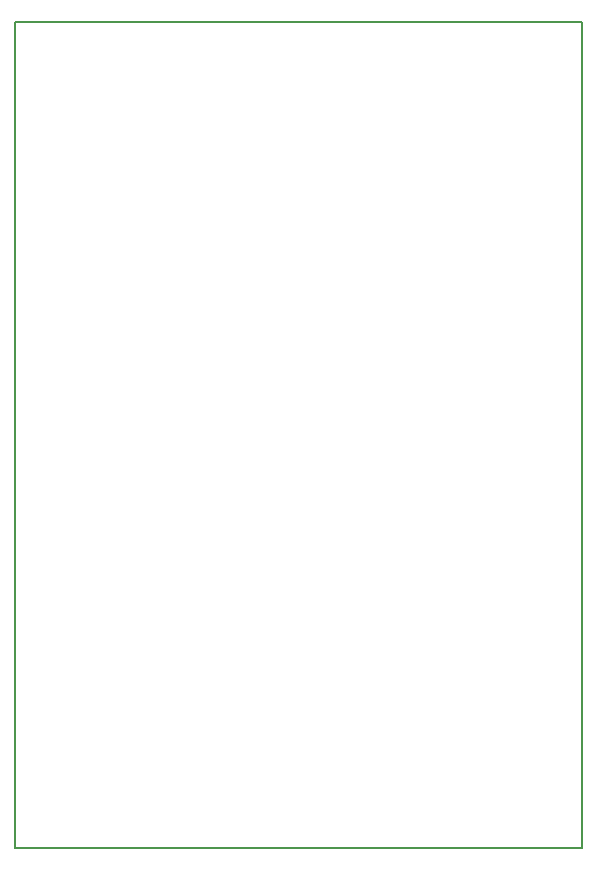
<source format=gbr>
G04 (created by PCBNEW (2013-03-15 BZR 4003)-stable) date ne 24 bře 21:33:24 2013*
%MOIN*%
G04 Gerber Fmt 3.4, Leading zero omitted, Abs format*
%FSLAX34Y34*%
G01*
G70*
G90*
G04 APERTURE LIST*
%ADD10C,0.006*%
%ADD11C,0.00590551*%
G04 APERTURE END LIST*
G54D10*
G54D11*
X39370Y-6692D02*
X20472Y-6692D01*
X39370Y-34251D02*
X39370Y-6692D01*
X20472Y-34251D02*
X39370Y-34251D01*
X20472Y-6692D02*
X20472Y-34251D01*
M02*

</source>
